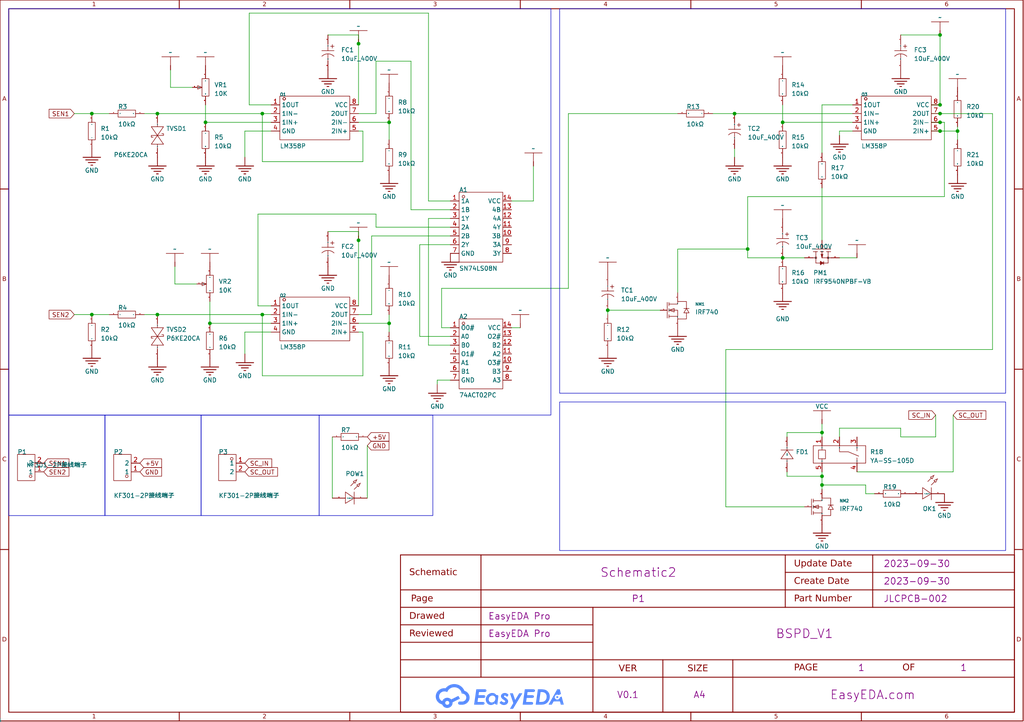
<source format=kicad_sch>
(kicad_sch (version 20250114) (generator "eeschema") (generator_version "9.0")
  (paper "User" 297.434 209.804)
  (lib_symbols
    (symbol "ProPrj_BSP-easyedapro:10UF_400V"
      (property "Reference" "U" (at 0 0 0))
      (symbol "10UF_400V_1_0"
        (pin input line (at -5.08 0 0) (length 2.54) (name "1") (number "1"))
        (pin input line (at 5.08 0 180) (length 2.54) (name "2") (number "2"))
      )
    )
    (symbol "ProPrj_BSP-easyedapro:3386P-1-103LF"
      (property "Reference" "R" (at 0 0 0))
      (symbol "3386P-1-103LF_1_0"
        (pin input line (at -5.08 -1.27 0) (length 2.54) (name "3") (number "3"))
        (pin input line (at 0 2.54 270) (length 1.27) (name "2") (number "2"))
        (pin input line (at 5.08 -1.27 180) (length 2.54) (name "1") (number "1"))
      )
    )
    (symbol "ProPrj_BSP-easyedapro:74ACT02PC"
      (property "Reference" "U" (at 0 0 0))
      (symbol "74ACT02PC_1_0"
        (pin input line (at -8.89 7.62 0) (length 2.54) (name "O0#") (number "1"))
        (pin input line (at -8.89 5.08 0) (length 2.54) (name "A0") (number "2"))
        (pin input line (at -8.89 2.54 0) (length 2.54) (name "B0") (number "3"))
        (pin input line (at -8.89 0 0) (length 2.54) (name "O1#") (number "4"))
        (pin input line (at -8.89 -2.54 0) (length 2.54) (name "A1") (number "5"))
        (pin input line (at -8.89 -5.08 0) (length 2.54) (name "B1") (number "6"))
        (pin input line (at -8.89 -7.62 0) (length 2.54) (name "GND") (number "7"))
        (pin input line (at 8.89 7.62 180) (length 2.54) (name "VCC") (number "14"))
        (pin input line (at 8.89 5.08 180) (length 2.54) (name "O2#") (number "13"))
        (pin input line (at 8.89 2.54 180) (length 2.54) (name "B2") (number "12"))
        (pin input line (at 8.89 0 180) (length 2.54) (name "A2") (number "11"))
        (pin input line (at 8.89 -2.54 180) (length 2.54) (name "O3#") (number "10"))
        (pin input line (at 8.89 -5.08 180) (length 2.54) (name "B3") (number "9"))
        (pin input line (at 8.89 -7.62 180) (length 2.54) (name "A3") (number "8"))
      )
    )
    (symbol "ProPrj_BSP-easyedapro:D_1N4007"
      (symbol "D_1N4007_1_0"
        (pin input line (at -5.08 0 0) (length 2.54) (name "K") (number "1"))
        (pin input line (at 5.08 0 180) (length 2.54) (name "A") (number "2"))
      )
    )
    (symbol "ProPrj_BSP-easyedapro:Ground-GND" (power) (pin_numbers (hide yes)) (pin_names (hide yes))
      (property "Value" "GND" (at 0 -6.35 0))
      (symbol "Ground-GND_1_0"
        (pin power_in line (at 0 0 270) (length 2.54) (name "") (number "1"))
      )
    )
    (symbol "ProPrj_BSP-easyedapro:IRF740_C2980280"
      (property "Reference" "Q" (at 0 0 0))
      (symbol "IRF740_C2980280_1_0"
        (pin input line (at -5.08 0 0) (length 2.032) (name "G") (number "1"))
        (pin input line (at 0 5.08 270) (length 2.54) (name "D") (number "2"))
        (pin input line (at 0 -5.08 90) (length 2.54) (name "S") (number "3"))
      )
    )
    (symbol "ProPrj_BSP-easyedapro:IRF9540NPBF_C4355090"
      (property "Reference" "Q" (at 0 0 0))
      (symbol "IRF9540NPBF_C4355090_1_0"
        (pin input line (at -5.08 0 0) (length 2.54) (name "G") (number "1"))
        (pin input line (at 0 5.08 270) (length 2.54) (name "S") (number "3"))
        (pin input line (at 0 -5.08 90) (length 2.54) (name "D") (number "2"))
      )
    )
    (symbol "ProPrj_BSP-easyedapro:KF301-2P接线端子"
      (property "Reference" "P" (at 0 0 0))
      (symbol "KF301-2P接线端子_1_0"
        (pin input line (at -5.08 1.27 0) (length 2.54) (name "1") (number "1"))
        (pin input line (at -5.08 -1.27 0) (length 2.54) (name "2") (number "2"))
      )
    )
    (symbol "ProPrj_BSP-easyedapro:LED_B"
      (symbol "LED_B_1_0"
        (pin input line (at -5.08 0 0) (length 3.81) (name "A") (number "2"))
        (pin input line (at 5.08 0 180) (length 3.81) (name "C") (number "1"))
      )
    )
    (symbol "ProPrj_BSP-easyedapro:LM358P"
      (property "Reference" "U" (at 0 0 0))
      (symbol "LM358P_1_0"
        (pin input line (at -12.7 3.81 0) (length 2.54) (name "1OUT") (number "1"))
        (pin input line (at -12.7 1.27 0) (length 2.54) (name "1IN-") (number "2"))
        (pin input line (at -12.7 -1.27 0) (length 2.54) (name "1IN+") (number "3"))
        (pin input line (at -12.7 -3.81 0) (length 2.54) (name "GND") (number "4"))
        (pin input line (at 12.7 3.81 180) (length 2.54) (name "VCC") (number "8"))
        (pin input line (at 12.7 1.27 180) (length 2.54) (name "2OUT") (number "7"))
        (pin input line (at 12.7 -1.27 180) (length 2.54) (name "2IN-") (number "6"))
        (pin input line (at 12.7 -3.81 180) (length 2.54) (name "2IN+") (number "5"))
      )
    )
    (symbol "ProPrj_BSP-easyedapro:P6KE20CA_C2760121"
      (property "Reference" "D" (at 0 0 0))
      (symbol "P6KE20CA_C2760121_1_0"
        (pin input line (at -6.35 0 0) (length 2.54) (name "K") (number "2"))
        (pin input line (at 6.35 0 180) (length 2.54) (name "A") (number "1"))
      )
    )
    (symbol "ProPrj_BSP-easyedapro:Power-5V" (power) (pin_numbers (hide yes)) (pin_names (hide yes))
      (symbol "Power-5V_1_0"
        (pin power_in line (at 0 0 90) (length 1.27) (name "") (number "1"))
      )
    )
    (symbol "ProPrj_BSP-easyedapro:Power-VCC" (power) (pin_numbers (hide yes)) (pin_names (hide yes))
      (property "Value" "VCC" (at 0 5.08 0))
      (symbol "Power-VCC_1_0"
        (pin power_in line (at 0 0 90) (length 1.27) (name "") (number "1"))
      )
    )
    (symbol "ProPrj_BSP-easyedapro:Res"
      (symbol "Res_1_0"
        (pin input line (at -5.08 0 0) (length 2.54) (name "1") (number "1"))
        (pin input line (at 5.08 0 180) (length 2.54) (name "2") (number "2"))
      )
    )
    (symbol "ProPrj_BSP-easyedapro:SN74LS08N"
      (property "Reference" "U" (at 0 0 0))
      (symbol "SN74LS08N_1_0"
        (pin input line (at -8.89 7.62 0) (length 2.54) (name "1A") (number "1"))
        (pin input line (at -8.89 5.08 0) (length 2.54) (name "1B") (number "2"))
        (pin input line (at -8.89 2.54 0) (length 2.54) (name "1Y") (number "3"))
        (pin input line (at -8.89 0 0) (length 2.54) (name "2A") (number "4"))
        (pin input line (at -8.89 -2.54 0) (length 2.54) (name "2B") (number "5"))
        (pin input line (at -8.89 -5.08 0) (length 2.54) (name "2Y") (number "6"))
        (pin input line (at -8.89 -7.62 0) (length 2.54) (name "GND") (number "7"))
        (pin input line (at 8.89 7.62 180) (length 2.54) (name "VCC") (number "14"))
        (pin input line (at 8.89 5.08 180) (length 2.54) (name "4B") (number "13"))
        (pin input line (at 8.89 2.54 180) (length 2.54) (name "4A") (number "12"))
        (pin input line (at 8.89 0 180) (length 2.54) (name "4Y") (number "11"))
        (pin input line (at 8.89 -2.54 180) (length 2.54) (name "3B") (number "10"))
        (pin input line (at 8.89 -5.08 180) (length 2.54) (name "3A") (number "9"))
        (pin input line (at 8.89 -7.62 180) (length 2.54) (name "3Y") (number "8"))
      )
    )
    (symbol "ProPrj_BSP-easyedapro:Sheet-Symbol_A4"
      (symbol "Sheet-Symbol_A4_1_0"
        (text "A" (at 1.27 180.7972 0) (effects (font (size 1.27 1.27))))
        (text "B" (at 1.27 128.4224 0) (effects (font (size 1.27 1.27))))
        (text "C" (at 1.27 76.0222 0) (effects (font (size 1.27 1.27))))
        (text "D" (at 1.27 23.6474 0) (effects (font (size 1.27 1.27))))
        (text "1" (at 27.305 208.28 0) (effects (font (size 1.27 1.27))))
        (text "1" (at 27.305 1.27 0) (effects (font (size 1.27 1.27))))
        (text "2" (at 76.835 208.28 0) (effects (font (size 1.27 1.27))))
        (text "2" (at 76.835 1.27 0) (effects (font (size 1.27 1.27))))
        (text "Schematic" (at 118.872 43.18 0) (effects (font (size 1.905 1.905)) (justify left)))
        (text "Drawed" (at 118.872 30.48 0) (effects (font (size 1.905 1.905)) (justify left)))
        (text "Reviewed" (at 118.872 25.4 0) (effects (font (size 1.905 1.905)) (justify left)))
        (text "Page" (at 119.38 35.56 0) (effects (font (size 1.905 1.905)) (justify left)))
        (text "3" (at 126.365 208.28 0) (effects (font (size 1.27 1.27))))
        (text "3" (at 126.365 1.27 0) (effects (font (size 1.27 1.27))))
        (text "4" (at 175.895 208.28 0) (effects (font (size 1.27 1.27))))
        (text "4" (at 175.895 1.27 0) (effects (font (size 1.27 1.27))))
        (text "VER" (at 182.372 15.24 0) (effects (font (size 1.905 1.905))))
        (text "SIZE" (at 202.692 15.24 0) (effects (font (size 1.905 1.905))))
        (text "5" (at 225.425 208.28 0) (effects (font (size 1.27 1.27))))
        (text "5" (at 225.425 1.27 0) (effects (font (size 1.27 1.27))))
        (text "Update Date" (at 230.632 45.72 0) (effects (font (size 1.905 1.905)) (justify left)))
        (text "Create Date" (at 230.632 40.64 0) (effects (font (size 1.905 1.905)) (justify left)))
        (text "Part Number" (at 230.632 35.56 0) (effects (font (size 1.905 1.905)) (justify left)))
        (text "PAGE" (at 230.632 15.494 0) (effects (font (size 1.905 1.905)) (justify left)))
        (text "OF" (at 262.128 15.494 0) (effects (font (size 1.905 1.905)) (justify left)))
        (text "6" (at 274.955 208.28 0) (effects (font (size 1.27 1.27))))
        (text "6" (at 274.955 1.27 0) (effects (font (size 1.27 1.27))))
        (text "A" (at 295.91 180.7972 0) (effects (font (size 1.27 1.27))))
        (text "B" (at 295.91 128.4224 0) (effects (font (size 1.27 1.27))))
        (text "C" (at 295.91 76.0222 0) (effects (font (size 1.27 1.27))))
        (text "D" (at 295.91 23.6474 0) (effects (font (size 1.27 1.27))))
      )
    )
    (symbol "ProPrj_BSP-easyedapro:YA-SS-105D"
      (property "Reference" "K" (at 0 0 0))
      (symbol "YA-SS-105D_1_0"
        (pin input line (at -5.08 5.08 270) (length 2.54) (name "1") (number "1"))
        (pin input line (at -5.08 -5.08 90) (length 2.54) (name "5") (number "5"))
        (pin input line (at 0 5.08 270) (length 2.54) (name "2") (number "2"))
        (pin input line (at 5.08 5.08 270) (length 2.54) (name "3") (number "3"))
        (pin input line (at 5.08 -5.08 90) (length 2.54) (name "4") (number "4"))
      )
    )
  )
  (rectangle (start 2.54 120.65) (end 30.48 149.86))
  (rectangle (start 162.56 2.54) (end 292.1 114.3))
  (rectangle (start 92.71 120.65) (end 125.73 149.86))
  (rectangle (start 58.42 120.65) (end 92.71 149.86))
  (rectangle (start 30.48 120.65) (end 58.42 149.86))
  (rectangle (start 162.56 116.84) (end 292.1 160.02))
  (rectangle (start 2.54 2.54) (end 160.02 120.65))
  (junction (at 45.72 91.44))
  (junction (at 104.14 69.85))
  (junction (at 76.2 91.44))
  (junction (at 238.76 125.73))
  (junction (at 273.05 33.02))
  (junction (at 45.72 33.02))
  (junction (at 227.33 35.56))
  (junction (at 273.05 30.48))
  (junction (at 76.2 33.02))
  (junction (at 59.69 35.56))
  (junction (at 113.03 35.56))
  (junction (at 238.76 140.97))
  (junction (at 227.33 74.93))
  (junction (at 278.13 38.1))
  (junction (at 26.67 91.44))
  (junction (at 273.05 10.16))
  (junction (at 60.96 93.98))
  (junction (at 217.17 72.39))
  (junction (at 213.36 33.02))
  (junction (at 273.05 38.1))
  (junction (at 238.76 138.43))
  (junction (at 176.53 90.17))
  (junction (at 104.14 12.7))
  (junction (at 26.67 33.02))
  (junction (at 273.05 35.56))
  (junction (at 113.03 93.98))
  (wire (pts (xy 233.68 147.32) (xy 210.82 147.32)))
  (wire (pts (xy 228.6 125.73) (xy 238.76 125.73)))
  (wire (pts (xy 72.39 3.81) (xy 72.39 30.48)))
  (wire (pts (xy 74.93 62.23) (xy 74.93 88.9)))
  (wire (pts (xy 238.76 125.73) (xy 238.76 127)))
  (wire (pts (xy 130.81 97.79) (xy 121.92 97.79)))
  (wire (pts (xy 119.38 17.78) (xy 119.38 60.96)))
  (wire (pts (xy 217.17 72.39) (xy 217.17 74.93)))
  (wire (pts (xy 217.17 57.15) (xy 274.32 57.15)))
  (wire (pts (xy 238.76 140.97) (xy 238.76 142.24)))
  (wire (pts (xy 196.85 33.02) (xy 165.1 33.02)))
  (wire (pts (xy 105.41 96.52) (xy 105.41 109.22)))
  (wire (pts (xy 130.81 95.25) (xy 128.27 95.25)))
  (wire (pts (xy 113.03 93.98) (xy 113.03 96.52)))
  (wire (pts (xy 176.53 90.17) (xy 176.53 91.44)))
  (wire (pts (xy 104.14 67.31) (xy 104.14 69.85)))
  (wire (pts (xy 228.6 137.16) (xy 228.6 138.43)))
  (wire (pts (xy 248.92 74.93) (xy 243.84 74.93)))
  (wire (pts (xy 243.84 124.46) (xy 261.62 124.46)))
  (wire (pts (xy 105.41 38.1) (xy 105.41 46.99)))
  (wire (pts (xy 278.13 38.1) (xy 278.13 36.83)))
  (wire (pts (xy 154.94 58.42) (xy 148.59 58.42)))
  (wire (pts (xy 288.29 33.02) (xy 288.29 101.6)))
  (wire (pts (xy 95.25 67.31) (xy 104.14 67.31)))
  (wire (pts (xy 130.81 66.04) (xy 109.22 66.04)))
  (wire (pts (xy 50.8 82.55) (xy 50.8 77.47)))
  (wire (pts (xy 78.74 33.02) (xy 76.2 33.02)))
  (wire (pts (xy 165.1 83.82) (xy 128.27 83.82)))
  (wire (pts (xy 130.81 68.58) (xy 107.95 68.58)))
  (wire (pts (xy 113.03 35.56) (xy 113.03 40.64)))
  (wire (pts (xy 248.92 137.16) (xy 276.86 137.16)))
  (wire (pts (xy 21.59 33.02) (xy 26.67 33.02)))
  (wire (pts (xy 127 110.49) (xy 130.81 110.49)))
  (wire (pts (xy 196.85 72.39) (xy 196.85 85.09)))
  (wire (pts (xy 276.86 120.65) (xy 276.86 137.16)))
  (wire (pts (xy 95.25 10.16) (xy 104.14 10.16)))
  (wire (pts (xy 78.74 91.44) (xy 76.2 91.44)))
  (wire (pts (xy 76.2 91.44) (xy 76.2 109.22)))
  (wire (pts (xy 165.1 33.02) (xy 165.1 83.82)))
  (wire (pts (xy 104.14 10.16) (xy 104.14 12.7)))
  (wire (pts (xy 270.51 33.02) (xy 273.05 33.02)))
  (wire (pts (xy 124.46 63.5) (xy 130.81 63.5)))
  (wire (pts (xy 271.78 120.65) (xy 271.78 127)))
  (wire (pts (xy 109.22 17.78) (xy 109.22 33.02)))
  (wire (pts (xy 71.12 96.52) (xy 71.12 102.87)))
  (wire (pts (xy 105.41 109.22) (xy 76.2 109.22)))
  (wire (pts (xy 45.72 91.44) (xy 76.2 91.44)))
  (wire (pts (xy 210.82 101.6) (xy 288.29 101.6)))
  (wire (pts (xy 154.94 48.26) (xy 154.94 58.42)))
  (wire (pts (xy 238.76 138.43) (xy 238.76 140.97)))
  (wire (pts (xy 227.33 35.56) (xy 227.33 30.48)))
  (wire (pts (xy 238.76 125.73) (xy 238.76 123.19)))
  (wire (pts (xy 78.74 96.52) (xy 71.12 96.52)))
  (wire (pts (xy 130.81 100.33) (xy 124.46 100.33)))
  (wire (pts (xy 233.68 74.93) (xy 227.33 74.93)))
  (wire (pts (xy 105.41 96.52) (xy 104.14 96.52)))
  (wire (pts (xy 270.51 38.1) (xy 273.05 38.1)))
  (wire (pts (xy 127 111.76) (xy 127 110.49)))
  (wire (pts (xy 59.69 35.56) (xy 59.69 30.48)))
  (wire (pts (xy 113.03 91.44) (xy 113.03 93.98)))
  (wire (pts (xy 210.82 101.6) (xy 210.82 147.32)))
  (wire (pts (xy 105.41 38.1) (xy 104.14 38.1)))
  (wire (pts (xy 104.14 12.7) (xy 104.14 30.48)))
  (wire (pts (xy 124.46 58.42) (xy 124.46 3.81)))
  (wire (pts (xy 121.92 97.79) (xy 121.92 71.12)))
  (wire (pts (xy 71.12 38.1) (xy 71.12 45.72)))
  (wire (pts (xy 273.05 30.48) (xy 273.05 10.16)))
  (wire (pts (xy 113.03 93.98) (xy 104.14 93.98)))
  (wire (pts (xy 247.65 30.48) (xy 238.76 30.48)))
  (wire (pts (xy 55.88 25.4) (xy 49.53 25.4)))
  (wire (pts (xy 76.2 33.02) (xy 76.2 46.99)))
  (wire (pts (xy 78.74 88.9) (xy 74.93 88.9)))
  (wire (pts (xy 191.77 90.17) (xy 176.53 90.17)))
  (wire (pts (xy 21.59 91.44) (xy 26.67 91.44)))
  (wire (pts (xy 49.53 20.32) (xy 49.53 25.4)))
  (wire (pts (xy 261.62 10.16) (xy 273.05 10.16)))
  (wire (pts (xy 251.46 143.51) (xy 254 143.51)))
  (wire (pts (xy 213.36 33.02) (xy 247.65 33.02)))
  (wire (pts (xy 119.38 17.78) (xy 109.22 17.78)))
  (wire (pts (xy 107.95 91.44) (xy 104.14 91.44)))
  (wire (pts (xy 26.67 91.44) (xy 31.75 91.44)))
  (wire (pts (xy 26.67 33.02) (xy 31.75 33.02)))
  (wire (pts (xy 271.78 127) (xy 261.62 127)))
  (wire (pts (xy 217.17 57.15) (xy 217.17 72.39)))
  (wire (pts (xy 41.91 33.02) (xy 45.72 33.02)))
  (wire (pts (xy 243.84 124.46) (xy 243.84 127)))
  (wire (pts (xy 261.62 124.46) (xy 261.62 127)))
  (wire (pts (xy 78.74 93.98) (xy 60.96 93.98)))
  (wire (pts (xy 106.68 144.78) (xy 106.68 129.54)))
  (wire (pts (xy 130.81 60.96) (xy 119.38 60.96)))
  (wire (pts (xy 273.05 35.56) (xy 270.51 35.56)))
  (wire (pts (xy 243.84 39.37) (xy 243.84 38.1)))
  (wire (pts (xy 247.65 35.56) (xy 227.33 35.56)))
  (wire (pts (xy 238.76 44.45) (xy 238.76 30.48)))
  (wire (pts (xy 60.96 87.63) (xy 60.96 93.98)))
  (wire (pts (xy 238.76 138.43) (xy 228.6 138.43)))
  (wire (pts (xy 148.59 95.25) (xy 151.13 95.25)))
  (wire (pts (xy 45.72 33.02) (xy 76.2 33.02)))
  (wire (pts (xy 273.05 38.1) (xy 278.13 38.1)))
  (wire (pts (xy 273.05 33.02) (xy 288.29 33.02)))
  (wire (pts (xy 109.22 33.02) (xy 104.14 33.02)))
  (wire (pts (xy 128.27 83.82) (xy 128.27 95.25)))
  (wire (pts (xy 78.74 35.56) (xy 59.69 35.56)))
  (wire (pts (xy 227.33 74.93) (xy 217.17 74.93)))
  (wire (pts (xy 107.95 68.58) (xy 107.95 91.44)))
  (wire (pts (xy 274.32 57.15) (xy 274.32 35.56)))
  (wire (pts (xy 278.13 38.1) (xy 278.13 40.64)))
  (wire (pts (xy 124.46 100.33) (xy 124.46 63.5)))
  (wire (pts (xy 124.46 58.42) (xy 130.81 58.42)))
  (wire (pts (xy 238.76 140.97) (xy 251.46 140.97)))
  (wire (pts (xy 238.76 69.85) (xy 238.76 54.61)))
  (wire (pts (xy 78.74 38.1) (xy 71.12 38.1)))
  (wire (pts (xy 270.51 30.48) (xy 273.05 30.48)))
  (wire (pts (xy 96.52 144.78) (xy 96.52 127)))
  (wire (pts (xy 105.41 46.99) (xy 76.2 46.99)))
  (wire (pts (xy 121.92 71.12) (xy 130.81 71.12)))
  (wire (pts (xy 207.01 33.02) (xy 213.36 33.02)))
  (wire (pts (xy 238.76 137.16) (xy 238.76 138.43)))
  (wire (pts (xy 72.39 30.48) (xy 78.74 30.48)))
  (wire (pts (xy 274.32 35.56) (xy 273.05 35.56)))
  (wire (pts (xy 124.46 3.81) (xy 72.39 3.81)))
  (wire (pts (xy 228.6 127) (xy 228.6 125.73)))
  (wire (pts (xy 251.46 140.97) (xy 251.46 143.51)))
  (wire (pts (xy 113.03 35.56) (xy 104.14 35.56)))
  (wire (pts (xy 243.84 38.1) (xy 247.65 38.1)))
  (wire (pts (xy 57.15 82.55) (xy 50.8 82.55)))
  (wire (pts (xy 41.91 91.44) (xy 45.72 91.44)))
  (wire (pts (xy 104.14 69.85) (xy 104.14 88.9)))
  (wire (pts (xy 217.17 72.39) (xy 196.85 72.39)))
  (wire (pts (xy 213.36 45.72) (xy 213.36 43.18)))
  (wire (pts (xy 109.22 62.23) (xy 109.22 66.04)))
  (wire (pts (xy 109.22 62.23) (xy 74.93 62.23)))
  (global_label "SC_IN" (shape input) (at 71.12 134.62 0) (property "Intersheetrefs" "${INTERSHEET_REFS}" (effects (hide yes))))
  (global_label "SEN1" (shape input) (at 21.59 33.02 180) (property "Intersheetrefs" "${INTERSHEET_REFS}" (effects (hide yes))))
  (global_label "+5V" (shape input) (at 40.64 134.62 0) (property "Intersheetrefs" "${INTERSHEET_REFS}" (effects (hide yes))))
  (global_label "+5V" (shape input) (at 106.68 127 0) (property "Intersheetrefs" "${INTERSHEET_REFS}" (effects (hide yes))))
  (global_label "GND" (shape input) (at 40.64 137.16 0) (property "Intersheetrefs" "${INTERSHEET_REFS}" (effects (hide yes))))
  (global_label "SEN2" (shape input) (at 21.59 91.44 180) (property "Intersheetrefs" "${INTERSHEET_REFS}" (effects (hide yes))))
  (global_label "SEN1" (shape input) (at 12.7 134.62 0) (property "Intersheetrefs" "${INTERSHEET_REFS}" (effects (hide yes))))
  (global_label "SEN2" (shape input) (at 12.7 137.16 0) (property "Intersheetrefs" "${INTERSHEET_REFS}" (effects (hide yes))))
  (global_label "SC_OUT" (shape input) (at 71.12 137.16 0) (property "Intersheetrefs" "${INTERSHEET_REFS}" (effects (hide yes))))
  (global_label "SC_OUT" (shape input) (at 276.86 120.65 0) (property "Intersheetrefs" "${INTERSHEET_REFS}" (effects (hide yes))))
  (global_label "GND" (shape input) (at 106.68 129.54 0) (property "Intersheetrefs" "${INTERSHEET_REFS}" (effects (hide yes))))
  (global_label "SC_IN" (shape input) (at 271.78 120.65 180) (property "Intersheetrefs" "${INTERSHEET_REFS}" (effects (hide yes))))
  (symbol (lib_id "ProPrj_BSP-easyedapro:Ground-GND") (at 59.69 45.72 0) (unit 1)
    (property "Reference" "#PWR08" (effects (hide yes)))
    (property "Value" "GND" (at 59.69 52.07 0))
    (property "Footprint" "ProPrj_BSP-easyedapro:" (effects (hide yes)))
  )
  (symbol (lib_id "ProPrj_BSP-easyedapro:Res") (at 113.03 86.36 270) (unit 1)
    (property "Reference" "R10" (at 115.57 86.36 90) (effects (justify left bottom)))
    (property "Value" "10kΩ" (at 115.57 88.9 90) (effects (justify left bottom)))
    (property "Footprint" "ProPrj_BSP-easyedapro:RES-TH_BD1.8-L3.2-P7.20-D0.4" (effects (hide yes)))
  )
  (symbol (lib_id "ProPrj_BSP-easyedapro:IRF9540NPBF_C4355090") (at 238.76 74.93 270) (unit 1)
    (property "Reference" "PM1" (at 236.22 80.01 90) (effects (justify left bottom)))
    (property "Value" "IRF9540NPBF-VB" (at 236.22 82.55 90) (effects (justify left bottom)))
    (property "Footprint" "ProPrj_BSP-easyedapro:TO-220AB-3_L10.4-W4.6-P2.54-L" (effects (hide yes)))
    (property "Datasheet" "https://atta.szlcsc.com/upload/public/pdf/source/20220712/5A45F788BA410944999C4D697F65476C.pdf" (effects (hide yes)))
    (property "Description" "Type: Drain Source Voltage (Vdss): Continuous Drain Current (Id): Drain Source On Resistance (RDS(on)@Vgs,Id):167mΩ@10V,18A" (effects (hide yes)))
    (property "Manufacturer Part" "IRF9540NPBF-VB" (effects (hide yes)))
    (property "Manufacturer" "VBsemi(微碧)" (effects (hide yes)))
    (property "Supplier Part" "C4355090" (effects (hide yes)))
    (property "Supplier" "LCSC" (effects (hide yes)))
    (property "LCSC Part Name" "P沟道100V18A" (effects (hide yes)))
  )
  (symbol (lib_id "ProPrj_BSP-easyedapro:Power-5V") (at 227.33 20.32 0) (unit 1)
    (property "Reference" "#PWR029" (effects (hide yes)))
    (property "Value" "~" (at 227.33 15.24 0))
    (property "Footprint" "ProPrj_BSP-easyedapro:" (effects (hide yes)))
    (property "Description" "Power-5V" (effects (hide yes)))
  )
  (symbol (lib_id "ProPrj_BSP-easyedapro:Ground-GND") (at 196.85 95.25 0) (unit 1)
    (property "Reference" "#PWR027" (effects (hide yes)))
    (property "Value" "GND" (at 196.85 101.6 0))
    (property "Footprint" "ProPrj_BSP-easyedapro:" (effects (hide yes)))
  )
  (symbol (lib_id "ProPrj_BSP-easyedapro:Power-5V") (at 227.33 64.77 0) (unit 1)
    (property "Reference" "#PWR031" (effects (hide yes)))
    (property "Value" "~" (at 227.33 59.69 0))
    (property "Footprint" "ProPrj_BSP-easyedapro:" (effects (hide yes)))
    (property "Description" "Power-5V" (effects (hide yes)))
  )
  (symbol (lib_id "ProPrj_BSP-easyedapro:KF301-2P接线端子") (at 66.04 135.89 0) (mirror y) (unit 1)
    (property "Reference" "P3" (at 63.5 132.08 0) (effects (justify right bottom)))
    (property "Value" "KF301-2P接线端子" (at 63.5 144.78 0) (effects (justify right bottom)))
    (property "Footprint" "ProPrj_BSP-easyedapro:CONN-TH_XY301V-A-5.0-2P" (effects (hide yes)))
    (property "Datasheet" "https://atta.szlcsc.comnull" (effects (hide yes)))
    (property "Manufacturer Part" "KF301-2P接线端子" (effects (hide yes)))
    (property "Supplier Part" "C9900016950" (effects (hide yes)))
    (property "Supplier" "LCSC" (effects (hide yes)))
    (property "LCSC Part Name" "KF301-2P接线端子" (effects (hide yes)))
  )
  (symbol (lib_id "ProPrj_BSP-easyedapro:Ground-GND") (at 26.67 101.6 0) (unit 1)
    (property "Reference" "#PWR02" (effects (hide yes)))
    (property "Value" "GND" (at 26.67 107.95 0))
    (property "Footprint" "ProPrj_BSP-easyedapro:" (effects (hide yes)))
  )
  (symbol (lib_id "ProPrj_BSP-easyedapro:Power-5V") (at 248.92 74.93 0) (unit 1)
    (property "Reference" "#PWR036" (effects (hide yes)))
    (property "Value" "~" (at 248.92 69.85 0))
    (property "Footprint" "ProPrj_BSP-easyedapro:" (effects (hide yes)))
    (property "Description" "Power-5V" (effects (hide yes)))
  )
  (symbol (lib_id "ProPrj_BSP-easyedapro:Res") (at 113.03 101.6 270) (unit 1)
    (property "Reference" "R11" (at 115.57 101.6 90) (effects (justify left bottom)))
    (property "Value" "10kΩ" (at 115.57 104.14 90) (effects (justify left bottom)))
    (property "Footprint" "ProPrj_BSP-easyedapro:RES-TH_BD1.8-L3.2-P7.20-D0.4" (effects (hide yes)))
  )
  (symbol (lib_id "ProPrj_BSP-easyedapro:Res") (at 227.33 25.4 270) (unit 1)
    (property "Reference" "R14" (at 229.87 25.4 90) (effects (justify left bottom)))
    (property "Value" "10kΩ" (at 229.87 27.94 90) (effects (justify left bottom)))
    (property "Footprint" "ProPrj_BSP-easyedapro:RES-TH_BD1.8-L3.2-P7.20-D0.4" (effects (hide yes)))
  )
  (symbol (lib_id "ProPrj_BSP-easyedapro:P6KE20CA_C2760121") (at 45.72 97.79 270) (unit 1)
    (property "Reference" "TVSD2" (at 48.26 96.52 90) (effects (justify left bottom)))
    (property "Value" "P6KE20CA" (at 48.26 99.06 90) (effects (justify left bottom)))
    (property "Footprint" "ProPrj_BSP-easyedapro:DO-15_BD3.1-L6.7-P10.70-D0.8-BI" (effects (hide yes)))
    (property "Datasheet" "https://atta.szlcsc.com/upload/public/pdf/source/20210316/C2760121_CE745CC1535F4E7F6CA9D58EF9C8652B.pdf" (effects (hide yes)))
    (property "Manufacturer Part" "P6KE20CA" (effects (hide yes)))
    (property "Manufacturer" "Littelfuse(美国力特)" (effects (hide yes)))
    (property "Supplier Part" "C2760121" (effects (hide yes)))
    (property "Supplier" "LCSC" (effects (hide yes)))
    (property "LCSC Part Name" "P6KE20CA" (effects (hide yes)))
  )
  (symbol (lib_id "ProPrj_BSP-easyedapro:Ground-GND") (at 45.72 45.72 0) (unit 1)
    (property "Reference" "#PWR03" (effects (hide yes)))
    (property "Value" "GND" (at 45.72 52.07 0))
    (property "Footprint" "ProPrj_BSP-easyedapro:" (effects (hide yes)))
  )
  (symbol (lib_id "ProPrj_BSP-easyedapro:Res") (at 26.67 38.1 270) (unit 1)
    (property "Reference" "R1" (at 29.21 38.1 90) (effects (justify left bottom)))
    (property "Value" "10kΩ" (at 29.21 40.64 90) (effects (justify left bottom)))
    (property "Footprint" "ProPrj_BSP-easyedapro:RES-TH_BD1.8-L3.2-P7.20-D0.4" (effects (hide yes)))
  )
  (symbol (lib_id "ProPrj_BSP-easyedapro:Ground-GND") (at 261.62 20.32 0) (unit 1)
    (property "Reference" "#PWR037" (effects (hide yes)))
    (property "Value" "GND" (at 261.62 26.67 0))
    (property "Footprint" "ProPrj_BSP-easyedapro:" (effects (hide yes)))
  )
  (symbol (lib_id "ProPrj_BSP-easyedapro:KF301-2P接线端子") (at 7.62 135.89 180) (unit 1)
    (property "Reference" "P1" (at 5.08 132.08 0) (effects (justify right top)))
    (property "Value" "KF301-2P接线端子" (at 7.62 135.89 0) (effects (justify right top)))
    (property "Footprint" "ProPrj_BSP-easyedapro:CONN-TH_XY301V-A-5.0-2P" (effects (hide yes)))
    (property "Datasheet" "https://atta.szlcsc.comnull" (effects (hide yes)))
    (property "Manufacturer Part" "KF301-2P接线端子" (effects (hide yes)))
    (property "Supplier Part" "C9900016950" (effects (hide yes)))
    (property "Supplier" "LCSC" (effects (hide yes)))
    (property "LCSC Part Name" "KF301-2P接线端子" (effects (hide yes)))
  )
  (symbol (lib_id "ProPrj_BSP-easyedapro:10UF_400V") (at 261.62 15.24 270) (unit 1)
    (property "Reference" "FC3" (at 265.43 15.24 90) (effects (justify left bottom)))
    (property "Value" "10uF_400V" (at 265.43 17.78 90) (effects (justify left bottom)))
    (property "Footprint" "ProPrj_BSP-easyedapro:CAP-TH_BD10.0-P5.00-D0.6-FD" (effects (hide yes)))
    (property "Datasheet" "https://atta.szlcsc.comnull" (effects (hide yes)))
    (property "Manufacturer Part" "10uF_400V" (effects (hide yes)))
    (property "Supplier Part" "C9900016271" (effects (hide yes)))
    (property "Supplier" "LCSC" (effects (hide yes)))
    (property "LCSC Part Name" "10uF_400V" (effects (hide yes)))
  )
  (symbol (lib_id "ProPrj_BSP-easyedapro:Res") (at 36.83 33.02 180) (unit 1)
    (property "Reference" "R3" (at 34.29 31.75 0) (effects (justify right top)))
    (property "Value" "10kΩ" (at 34.29 36.83 0) (effects (justify right top)))
    (property "Footprint" "ProPrj_BSP-easyedapro:RES-TH_BD1.8-L3.2-P7.20-D0.4" (effects (hide yes)))
  )
  (symbol (lib_id "ProPrj_BSP-easyedapro:Ground-GND") (at 71.12 102.87 0) (unit 1)
    (property "Reference" "#PWR012" (effects (hide yes)))
    (property "Value" "GND" (at 71.12 109.22 0))
    (property "Footprint" "ProPrj_BSP-easyedapro:" (effects (hide yes)))
  )
  (symbol (lib_id "ProPrj_BSP-easyedapro:10UF_400V") (at 95.25 72.39 270) (unit 1)
    (property "Reference" "FC2" (at 99.06 72.39 90) (effects (justify left bottom)))
    (property "Value" "10uF_400V" (at 99.06 74.93 90) (effects (justify left bottom)))
    (property "Footprint" "ProPrj_BSP-easyedapro:CAP-TH_BD10.0-P5.00-D0.6-FD" (effects (hide yes)))
    (property "Datasheet" "https://atta.szlcsc.comnull" (effects (hide yes)))
    (property "Manufacturer Part" "10uF_400V" (effects (hide yes)))
    (property "Supplier Part" "C9900016271" (effects (hide yes)))
    (property "Supplier" "LCSC" (effects (hide yes)))
    (property "LCSC Part Name" "10uF_400V" (effects (hide yes)))
  )
  (symbol (lib_id "ProPrj_BSP-easyedapro:LED_B") (at 269.24 143.51 0) (unit 1)
    (property "Reference" "OK1" (at 267.97 148.59 0) (effects (justify left bottom)))
    (property "Value" "~" (at 269.24 143.51 0))
    (property "Footprint" "ProPrj_BSP-easyedapro:LED0805-RD_GREEN" (effects (hide yes)))
  )
  (symbol (lib_id "ProPrj_BSP-easyedapro:Res") (at 36.83 91.44 180) (unit 1)
    (property "Reference" "R4" (at 34.29 90.17 0) (effects (justify right top)))
    (property "Value" "10kΩ" (at 34.29 95.25 0) (effects (justify right top)))
    (property "Footprint" "ProPrj_BSP-easyedapro:RES-TH_BD1.8-L3.2-P7.20-D0.4" (effects (hide yes)))
  )
  (symbol (lib_id "ProPrj_BSP-easyedapro:LM358P") (at 260.35 34.29 0) (unit 1)
    (property "Reference" "O3" (at 250.19 27.94 0) (effects (font (size 0.8382 0.8382)) (justify left bottom)))
    (property "Value" "LM358P" (at 250.19 43.18 0) (effects (justify left bottom)))
    (property "Footprint" "ProPrj_BSP-easyedapro:DIP-8_L9.4-W6.4-P2.54-LS9.1-BL" (effects (hide yes)))
    (property "Datasheet" "http://www.ti.com/cn/lit/gpn/lm358" (effects (hide yes)))
    (property "Description" "Number of Circuits: -3db Bandwidth:- Current - Input Bias(Ib):20nA Gain Bandwidth Product(GBP):700kHz Slew Rate(SR):0.3V/us Output Current:40mA Supply Current:1mA Operating Temperature:0°C~+70°C Operating Temperature:0°C~+70°C" (effects (hide yes)))
    (property "Manufacturer Part" "LM358P" (effects (hide yes)))
    (property "Manufacturer" "TI(德州仪器)" (effects (hide yes)))
    (property "Supplier Part" "C5213" (effects (hide yes)))
    (property "Supplier" "LCSC" (effects (hide yes)))
    (property "LCSC Part Name" "LM358P" (effects (hide yes)))
  )
  (symbol (lib_id "ProPrj_BSP-easyedapro:Ground-GND") (at 113.03 50.8 0) (unit 1)
    (property "Reference" "#PWR018" (effects (hide yes)))
    (property "Value" "GND" (at 113.03 57.15 0))
    (property "Footprint" "ProPrj_BSP-easyedapro:" (effects (hide yes)))
  )
  (symbol (lib_id "ProPrj_BSP-easyedapro:IRF740_C2980280") (at 196.85 90.17 0) (unit 1)
    (property "Reference" "NM1" (at 201.93 88.9 0) (effects (font (size 0.8382 0.8382)) (justify left bottom)))
    (property "Value" "IRF740" (at 201.93 91.44 0) (effects (justify left bottom)))
    (property "Footprint" "ProPrj_BSP-easyedapro:TO-220-3_L10.2-W4.5-P2.54-L-1" (effects (hide yes)))
    (property "Datasheet" "https://atta.szlcsc.com/upload/public/pdf/source/20220323/A6EC5D8E847882364733FA9C4A9EB585.pdf" (effects (hide yes)))
    (property "Description" "Type: Drain Source Voltage (Vdss): Continuous Drain Current (Id): Power Dissipation (Pd): Operating Temperature:-55°C~+175°C@(Tj) Operating Temperature:-55°C~+175°C@(Tj)" (effects (hide yes)))
    (property "Manufacturer Part" "IRF740" (effects (hide yes)))
    (property "Manufacturer" "minos(迈诺斯)" (effects (hide yes)))
    (property "Supplier Part" "C2980280" (effects (hide yes)))
    (property "Supplier" "LCSC" (effects (hide yes)))
    (property "LCSC Part Name" "N沟道400V10A" (effects (hide yes)))
  )
  (symbol (lib_id "ProPrj_BSP-easyedapro:Ground-GND") (at 176.53 101.6 0) (unit 1)
    (property "Reference" "#PWR026" (effects (hide yes)))
    (property "Value" "GND" (at 176.53 107.95 0))
    (property "Footprint" "ProPrj_BSP-easyedapro:" (effects (hide yes)))
  )
  (symbol (lib_id "ProPrj_BSP-easyedapro:Power-5V") (at 59.69 20.32 0) (unit 1)
    (property "Reference" "#PWR07" (effects (hide yes)))
    (property "Value" "~" (at 59.69 15.24 0))
    (property "Footprint" "ProPrj_BSP-easyedapro:" (effects (hide yes)))
    (property "Description" "Power-5V" (effects (hide yes)))
  )
  (symbol (lib_id "ProPrj_BSP-easyedapro:Ground-GND") (at 227.33 85.09 0) (unit 1)
    (property "Reference" "#PWR032" (effects (hide yes)))
    (property "Value" "GND" (at 227.33 92.71 0))
    (property "Footprint" "ProPrj_BSP-easyedapro:" (effects (hide yes)))
  )
  (symbol (lib_id "ProPrj_BSP-easyedapro:Res") (at 26.67 96.52 270) (unit 1)
    (property "Reference" "R2" (at 29.21 96.52 90) (effects (justify left bottom)))
    (property "Value" "10kΩ" (at 29.21 99.06 90) (effects (justify left bottom)))
    (property "Footprint" "ProPrj_BSP-easyedapro:RES-TH_BD1.8-L3.2-P7.20-D0.4" (effects (hide yes)))
  )
  (symbol (lib_id "ProPrj_BSP-easyedapro:IRF740_C2980280") (at 238.76 147.32 0) (unit 1)
    (property "Reference" "NM2" (at 243.84 146.05 0) (effects (font (size 0.8382 0.8382)) (justify left bottom)))
    (property "Value" "IRF740" (at 243.84 148.59 0) (effects (justify left bottom)))
    (property "Footprint" "ProPrj_BSP-easyedapro:TO-220-3_L10.2-W4.5-P2.54-L-1" (effects (hide yes)))
    (property "Datasheet" "https://atta.szlcsc.com/upload/public/pdf/source/20220323/A6EC5D8E847882364733FA9C4A9EB585.pdf" (effects (hide yes)))
    (property "Description" "Type: Drain Source Voltage (Vdss): Continuous Drain Current (Id): Power Dissipation (Pd): Operating Temperature:-55°C~+175°C@(Tj) Operating Temperature:-55°C~+175°C@(Tj)" (effects (hide yes)))
    (property "Manufacturer Part" "IRF740" (effects (hide yes)))
    (property "Manufacturer" "minos(迈诺斯)" (effects (hide yes)))
    (property "Supplier Part" "C2980280" (effects (hide yes)))
    (property "Supplier" "LCSC" (effects (hide yes)))
    (property "LCSC Part Name" "N沟道400V10A" (effects (hide yes)))
  )
  (symbol (lib_id "ProPrj_BSP-easyedapro:Power-5V") (at 104.14 69.85 0) (unit 1)
    (property "Reference" "#PWR016" (effects (hide yes)))
    (property "Value" "~" (at 104.14 64.77 0))
    (property "Footprint" "ProPrj_BSP-easyedapro:" (effects (hide yes)))
    (property "Description" "Power-5V" (effects (hide yes)))
  )
  (symbol (lib_id "ProPrj_BSP-easyedapro:10UF_400V") (at 227.33 69.85 270) (unit 1)
    (property "Reference" "TC3" (at 231.14 69.85 90) (effects (justify left bottom)))
    (property "Value" "10uF_400V" (at 231.14 72.39 90) (effects (justify left bottom)))
    (property "Footprint" "ProPrj_BSP-easyedapro:CAP-TH_BD10.0-P5.00-D0.6-FD" (effects (hide yes)))
    (property "Datasheet" "https://atta.szlcsc.comnull" (effects (hide yes)))
    (property "Manufacturer Part" "10uF_400V" (effects (hide yes)))
    (property "Supplier Part" "C9900016271" (effects (hide yes)))
    (property "Supplier" "LCSC" (effects (hide yes)))
    (property "LCSC Part Name" "10uF_400V" (effects (hide yes)))
  )
  (symbol (lib_id "ProPrj_BSP-easyedapro:LM358P") (at 91.44 34.29 0) (unit 1)
    (property "Reference" "O1" (at 81.28 27.94 0) (effects (font (size 0.8382 0.8382)) (justify left bottom)))
    (property "Value" "LM358P" (at 81.28 43.18 0) (effects (justify left bottom)))
    (property "Footprint" "ProPrj_BSP-easyedapro:DIP-8_L9.4-W6.4-P2.54-LS9.1-BL" (effects (hide yes)))
    (property "Datasheet" "http://www.ti.com/cn/lit/gpn/lm358" (effects (hide yes)))
    (property "Description" "Number of Circuits: -3db Bandwidth:- Current - Input Bias(Ib):20nA Gain Bandwidth Product(GBP):700kHz Slew Rate(SR):0.3V/us Output Current:40mA Supply Current:1mA Operating Temperature:0°C~+70°C Operating Temperature:0°C~+70°C" (effects (hide yes)))
    (property "Manufacturer Part" "LM358P" (effects (hide yes)))
    (property "Manufacturer" "TI(德州仪器)" (effects (hide yes)))
    (property "Supplier Part" "C5213" (effects (hide yes)))
    (property "Supplier" "LCSC" (effects (hide yes)))
    (property "LCSC Part Name" "LM358P" (effects (hide yes)))
  )
  (symbol (lib_id "ProPrj_BSP-easyedapro:3386P-1-103LF") (at 59.69 82.55 90) (unit 1)
    (property "Reference" "VR2" (at 63.5 82.55 90) (effects (justify right top)))
    (property "Value" "10K" (at 63.5 85.09 90) (effects (justify right top)))
    (property "Footprint" "ProPrj_BSP-easyedapro:RES-ADJ-TH_3P-L9.5-W9.5-P2.54-BR-BS" (effects (hide yes)))
  )
  (symbol (lib_id "ProPrj_BSP-easyedapro:Power-VCC") (at 238.76 123.19 0) (unit 1)
    (property "Reference" "#PWR033" (effects (hide yes)))
    (property "Value" "VCC" (at 238.76 118.11 0))
    (property "Footprint" "ProPrj_BSP-easyedapro:" (effects (hide yes)))
  )
  (symbol (lib_id "ProPrj_BSP-easyedapro:P6KE20CA_C2760121") (at 45.72 39.37 270) (unit 1)
    (property "Reference" "TVSD1" (at 48.26 38.1 90) (effects (justify left bottom)))
    (property "Value" "P6KE20CA" (at 33.02 45.72 90) (effects (justify left bottom)))
    (property "Footprint" "ProPrj_BSP-easyedapro:DO-15_BD3.1-L6.7-P10.70-D0.8-BI" (effects (hide yes)))
    (property "Datasheet" "https://atta.szlcsc.com/upload/public/pdf/source/20210316/C2760121_CE745CC1535F4E7F6CA9D58EF9C8652B.pdf" (effects (hide yes)))
    (property "Manufacturer Part" "P6KE20CA" (effects (hide yes)))
    (property "Manufacturer" "Littelfuse(美国力特)" (effects (hide yes)))
    (property "Supplier Part" "C2760121" (effects (hide yes)))
    (property "Supplier" "LCSC" (effects (hide yes)))
    (property "LCSC Part Name" "P6KE20CA" (effects (hide yes)))
  )
  (symbol (lib_id "ProPrj_BSP-easyedapro:Power-5V") (at 60.96 77.47 0) (unit 1)
    (property "Reference" "#PWR09" (effects (hide yes)))
    (property "Value" "~" (at 60.96 72.39 0))
    (property "Footprint" "ProPrj_BSP-easyedapro:" (effects (hide yes)))
    (property "Description" "Power-5V" (effects (hide yes)))
  )
  (symbol (lib_id "ProPrj_BSP-easyedapro:KF301-2P接线端子") (at 35.56 135.89 180) (unit 1)
    (property "Reference" "P2" (at 33.02 132.08 0) (effects (justify right top)))
    (property "Value" "KF301-2P接线端子" (at 33.02 144.78 0) (effects (justify right top)))
    (property "Footprint" "ProPrj_BSP-easyedapro:CONN-TH_XY301V-A-5.0-2P" (effects (hide yes)))
    (property "Datasheet" "https://atta.szlcsc.comnull" (effects (hide yes)))
    (property "Manufacturer Part" "KF301-2P接线端子" (effects (hide yes)))
    (property "Supplier Part" "C9900016950" (effects (hide yes)))
    (property "Supplier" "LCSC" (effects (hide yes)))
    (property "LCSC Part Name" "KF301-2P接线端子" (effects (hide yes)))
  )
  (symbol (lib_id "ProPrj_BSP-easyedapro:D_1N4007") (at 228.6 132.08 270) (unit 1)
    (property "Reference" "FD1" (at 231.14 132.08 90) (effects (justify left bottom)))
    (property "Value" "~" (at 228.6 132.08 0))
    (property "Footprint" "ProPrj_BSP-easyedapro:DO-41_BD2.4-L4.7-P8.70-D0.9-RD" (effects (hide yes)))
  )
  (symbol (lib_id "ProPrj_BSP-easyedapro:10UF_400V") (at 95.25 15.24 270) (unit 1)
    (property "Reference" "FC1" (at 99.06 15.24 90) (effects (justify left bottom)))
    (property "Value" "10uF_400V" (at 99.06 17.78 90) (effects (justify left bottom)))
    (property "Footprint" "ProPrj_BSP-easyedapro:CAP-TH_BD10.0-P5.00-D0.6-FD" (effects (hide yes)))
    (property "Datasheet" "https://atta.szlcsc.comnull" (effects (hide yes)))
    (property "Manufacturer Part" "10uF_400V" (effects (hide yes)))
    (property "Supplier Part" "C9900016271" (effects (hide yes)))
    (property "Supplier" "LCSC" (effects (hide yes)))
    (property "LCSC Part Name" "10uF_400V" (effects (hide yes)))
  )
  (symbol (lib_id "ProPrj_BSP-easyedapro:Ground-GND") (at 278.13 50.8 0) (unit 1)
    (property "Reference" "#PWR041" (effects (hide yes)))
    (property "Value" "GND" (at 278.13 57.15 0))
    (property "Footprint" "ProPrj_BSP-easyedapro:" (effects (hide yes)))
  )
  (symbol (lib_id "ProPrj_BSP-easyedapro:Res") (at 238.76 49.53 270) (unit 1)
    (property "Reference" "R17" (at 241.3 49.53 90) (effects (justify left bottom)))
    (property "Value" "10kΩ" (at 241.3 52.07 90) (effects (justify left bottom)))
    (property "Footprint" "ProPrj_BSP-easyedapro:RES-TH_BD1.8-L3.2-P7.20-D0.4" (effects (hide yes)))
  )
  (symbol (lib_id "ProPrj_BSP-easyedapro:74ACT02PC") (at 139.7 102.87 0) (unit 1)
    (property "Reference" "A2" (at 133.35 92.71 0) (effects (justify left bottom)))
    (property "Value" "74ACT02PC" (at 133.35 115.57 0) (effects (justify left bottom)))
    (property "Footprint" "ProPrj_BSP-easyedapro:PDIP-14_L19.3-W6.5-P2.54-LS7.6-BL" (effects (hide yes)))
    (property "Description" "Series: Logic Gate Type:NORGate Number of Channels:4 Supply Voltage:4.5V~5.5V Supply Voltage:4.5V~5.5V Quiescent Current (Max):4uA Sink Current:24mA Source Current:24mA High Level Range (VIH):2V High Level Range (VIH):2V Low Level Range (VIL):0.8V Low Lev" (effects (hide yes)))
    (property "Manufacturer Part" "74ACT02PC" (effects (hide yes)))
    (property "Manufacturer" "onsemi(安森美)" (effects (hide yes)))
    (property "Supplier Part" "C4469149" (effects (hide yes)))
    (property "Supplier" "LCSC" (effects (hide yes)))
    (property "LCSC Part Name" "74ACT02PC" (effects (hide yes)))
  )
  (symbol (lib_id "ProPrj_BSP-easyedapro:3386P-1-103LF") (at 58.42 25.4 90) (unit 1)
    (property "Reference" "VR1" (at 62.23 25.4 90) (effects (justify right top)))
    (property "Value" "10K" (at 62.23 27.94 90) (effects (justify right top)))
    (property "Footprint" "ProPrj_BSP-easyedapro:RES-ADJ-TH_3P-L9.5-W9.5-P2.54-BR-BS" (effects (hide yes)))
  )
  (symbol (lib_id "ProPrj_BSP-easyedapro:LED_B") (at 101.6 144.78 0) (unit 1)
    (property "Reference" "POW1" (at 100.33 138.43 0) (effects (justify left bottom)))
    (property "Value" "~" (at 101.6 144.78 0))
    (property "Footprint" "ProPrj_BSP-easyedapro:LED0805-RD_GREEN" (effects (hide yes)))
  )
  (symbol (lib_id "ProPrj_BSP-easyedapro:Res") (at 227.33 80.01 270) (unit 1)
    (property "Reference" "R16" (at 229.87 80.01 90) (effects (justify left bottom)))
    (property "Value" "10kΩ" (at 229.87 82.55 90) (effects (justify left bottom)))
    (property "Footprint" "ProPrj_BSP-easyedapro:RES-TH_BD1.8-L3.2-P7.20-D0.4" (effects (hide yes)))
  )
  (symbol (lib_id "ProPrj_BSP-easyedapro:Power-5V") (at 176.53 80.01 0) (unit 1)
    (property "Reference" "#PWR025" (effects (hide yes)))
    (property "Value" "~" (at 176.53 74.93 0))
    (property "Footprint" "ProPrj_BSP-easyedapro:" (effects (hide yes)))
    (property "Description" "Power-5V" (effects (hide yes)))
  )
  (symbol (lib_id "ProPrj_BSP-easyedapro:Ground-GND") (at 95.25 77.47 0) (unit 1)
    (property "Reference" "#PWR014" (effects (hide yes)))
    (property "Value" "GND" (at 95.25 83.82 0))
    (property "Footprint" "ProPrj_BSP-easyedapro:" (effects (hide yes)))
  )
  (symbol (lib_id "ProPrj_BSP-easyedapro:Ground-GND") (at 71.12 45.72 0) (unit 1)
    (property "Reference" "#PWR011" (effects (hide yes)))
    (property "Value" "GND" (at 71.12 52.07 0))
    (property "Footprint" "ProPrj_BSP-easyedapro:" (effects (hide yes)))
  )
  (symbol (lib_id "ProPrj_BSP-easyedapro:LM358P") (at 91.44 92.71 0) (unit 1)
    (property "Reference" "O2" (at 81.28 86.36 0) (effects (font (size 0.8382 0.8382)) (justify left bottom)))
    (property "Value" "LM358P" (at 81.28 101.6 0) (effects (justify left bottom)))
    (property "Footprint" "ProPrj_BSP-easyedapro:DIP-8_L9.4-W6.4-P2.54-LS9.1-BL" (effects (hide yes)))
    (property "Datasheet" "http://www.ti.com/cn/lit/gpn/lm358" (effects (hide yes)))
    (property "Description" "Number of Circuits: -3db Bandwidth:- Current - Input Bias(Ib):20nA Gain Bandwidth Product(GBP):700kHz Slew Rate(SR):0.3V/us Output Current:40mA Supply Current:1mA Operating Temperature:0°C~+70°C Operating Temperature:0°C~+70°C" (effects (hide yes)))
    (property "Manufacturer Part" "LM358P" (effects (hide yes)))
    (property "Manufacturer" "TI(德州仪器)" (effects (hide yes)))
    (property "Supplier Part" "C5213" (effects (hide yes)))
    (property "Supplier" "LCSC" (effects (hide yes)))
    (property "LCSC Part Name" "LM358P" (effects (hide yes)))
  )
  (symbol (lib_id "ProPrj_BSP-easyedapro:Ground-GND") (at 274.32 143.51 0) (unit 1)
    (property "Reference" "#PWR039" (effects (hide yes)))
    (property "Value" "GND" (at 274.32 149.86 0))
    (property "Footprint" "ProPrj_BSP-easyedapro:" (effects (hide yes)))
  )
  (symbol (lib_id "ProPrj_BSP-easyedapro:Res") (at 227.33 40.64 270) (unit 1)
    (property "Reference" "R15" (at 229.87 40.64 90) (effects (justify left bottom)))
    (property "Value" "10kΩ" (at 229.87 43.18 90) (effects (justify left bottom)))
    (property "Footprint" "ProPrj_BSP-easyedapro:RES-TH_BD1.8-L3.2-P7.20-D0.4" (effects (hide yes)))
  )
  (symbol (lib_id "ProPrj_BSP-easyedapro:Res") (at 278.13 31.75 270) (unit 1)
    (property "Reference" "R20" (at 280.67 31.75 90) (effects (justify left bottom)))
    (property "Value" "10kΩ" (at 280.67 34.29 90) (effects (justify left bottom)))
    (property "Footprint" "ProPrj_BSP-easyedapro:RES-TH_BD1.8-L3.2-P7.20-D0.4" (effects (hide yes)))
  )
  (symbol (lib_id "ProPrj_BSP-easyedapro:Ground-GND") (at 127 111.76 0) (unit 1)
    (property "Reference" "#PWR021" (effects (hide yes)))
    (property "Value" "GND" (at 127 118.11 0))
    (property "Footprint" "ProPrj_BSP-easyedapro:" (effects (hide yes)))
  )
  (symbol (lib_id "ProPrj_BSP-easyedapro:Res") (at 113.03 30.48 270) (unit 1)
    (property "Reference" "R8" (at 115.57 30.48 90) (effects (justify left bottom)))
    (property "Value" "10kΩ" (at 115.57 33.02 90) (effects (justify left bottom)))
    (property "Footprint" "ProPrj_BSP-easyedapro:RES-TH_BD1.8-L3.2-P7.20-D0.4" (effects (hide yes)))
  )
  (symbol (lib_id "ProPrj_BSP-easyedapro:Res") (at 59.69 40.64 270) (unit 1)
    (property "Reference" "R5" (at 62.23 40.64 90) (effects (justify left bottom)))
    (property "Value" "10kΩ" (at 62.23 43.18 90) (effects (justify left bottom)))
    (property "Footprint" "ProPrj_BSP-easyedapro:RES-TH_BD1.8-L3.2-P7.20-D0.4" (effects (hide yes)))
  )
  (symbol (lib_id "ProPrj_BSP-easyedapro:10UF_400V") (at 213.36 38.1 270) (unit 1)
    (property "Reference" "TC2" (at 217.17 38.1 90) (effects (justify left bottom)))
    (property "Value" "10uF_400V" (at 217.17 40.64 90) (effects (justify left bottom)))
    (property "Footprint" "ProPrj_BSP-easyedapro:CAP-TH_BD10.0-P5.00-D0.6-FD" (effects (hide yes)))
    (property "Datasheet" "https://atta.szlcsc.comnull" (effects (hide yes)))
    (property "Manufacturer Part" "10uF_400V" (effects (hide yes)))
    (property "Supplier Part" "C9900016271" (effects (hide yes)))
    (property "Supplier" "LCSC" (effects (hide yes)))
    (property "LCSC Part Name" "10uF_400V" (effects (hide yes)))
  )
  (symbol (lib_id "ProPrj_BSP-easyedapro:Ground-GND") (at 130.81 73.66 0) (unit 1)
    (property "Reference" "#PWR022" (effects (hide yes)))
    (property "Value" "GND" (at 130.81 80.01 0))
    (property "Footprint" "ProPrj_BSP-easyedapro:" (effects (hide yes)))
  )
  (symbol (lib_id "ProPrj_BSP-easyedapro:Power-5V") (at 50.8 77.47 0) (unit 1)
    (property "Reference" "#PWR06" (effects (hide yes)))
    (property "Value" "~" (at 50.8 72.39 0))
    (property "Footprint" "ProPrj_BSP-easyedapro:" (effects (hide yes)))
    (property "Description" "Power-5V" (effects (hide yes)))
  )
  (symbol (lib_id "ProPrj_BSP-easyedapro:Power-5V") (at 151.13 95.25 0) (unit 1)
    (property "Reference" "#PWR023" (effects (hide yes)))
    (property "Value" "~" (at 151.13 90.17 0))
    (property "Footprint" "ProPrj_BSP-easyedapro:" (effects (hide yes)))
    (property "Description" "Power-5V" (effects (hide yes)))
  )
  (symbol (lib_id "ProPrj_BSP-easyedapro:Ground-GND") (at 113.03 106.68 0) (unit 1)
    (property "Reference" "#PWR020" (effects (hide yes)))
    (property "Value" "GND" (at 113.03 113.03 0))
    (property "Footprint" "ProPrj_BSP-easyedapro:" (effects (hide yes)))
  )
  (symbol (lib_id "ProPrj_BSP-easyedapro:10UF_400V") (at 176.53 85.09 270) (unit 1)
    (property "Reference" "TC1" (at 180.34 85.09 90) (effects (justify left bottom)))
    (property "Value" "10uF_400V" (at 180.34 87.63 90) (effects (justify left bottom)))
    (property "Footprint" "ProPrj_BSP-easyedapro:CAP-TH_BD10.0-P5.00-D0.6-FD" (effects (hide yes)))
    (property "Datasheet" "https://atta.szlcsc.comnull" (effects (hide yes)))
    (property "Manufacturer Part" "10uF_400V" (effects (hide yes)))
    (property "Supplier Part" "C9900016271" (effects (hide yes)))
    (property "Supplier" "LCSC" (effects (hide yes)))
    (property "LCSC Part Name" "10uF_400V" (effects (hide yes)))
  )
  (symbol (lib_id "ProPrj_BSP-easyedapro:Ground-GND") (at 238.76 152.4 0) (unit 1)
    (property "Reference" "#PWR034" (effects (hide yes)))
    (property "Value" "GND" (at 238.76 158.75 0))
    (property "Footprint" "ProPrj_BSP-easyedapro:" (effects (hide yes)))
  )
  (symbol (lib_id "ProPrj_BSP-easyedapro:Power-5V") (at 49.53 20.32 0) (unit 1)
    (property "Reference" "#PWR05" (effects (hide yes)))
    (property "Value" "~" (at 49.53 15.24 0))
    (property "Footprint" "ProPrj_BSP-easyedapro:" (effects (hide yes)))
    (property "Description" "Power-5V" (effects (hide yes)))
  )
  (symbol (lib_id "ProPrj_BSP-easyedapro:Power-5V") (at 104.14 12.7 0) (unit 1)
    (property "Reference" "#PWR015" (effects (hide yes)))
    (property "Value" "~" (at 104.14 7.62 0))
    (property "Footprint" "ProPrj_BSP-easyedapro:" (effects (hide yes)))
    (property "Description" "Power-5V" (effects (hide yes)))
  )
  (symbol (lib_id "ProPrj_BSP-easyedapro:Sheet-Symbol_A4") (at 0 209.55 0) (unit 1)
    (property "Reference" "1" (at 0 209.55 0))
    (property "Value" "~" (at 0 209.55 0))
    (property "Footprint" "ProPrj_BSP-easyedapro:" (effects (hide yes)))
    (property "@Create Date" "2023-09-30" (at 256.54 168.91 0) (effects (font (size 1.905 1.905)) (justify left)))
    (property "@Page Count" "1" (at 279.908 194.056 0) (effects (font (size 1.905 1.905))))
    (property "@Page Name" "P1" (at 185.42 173.99 0) (effects (font (size 1.905 1.905))))
    (property "@Page No" "1" (at 250.19 194.056 0) (effects (font (size 1.905 1.905))))
    (property "@Project Name" "BSPD_V1" (at 233.68 184.15 0) (effects (font (size 2.54 2.54))))
    (property "@Schematic Name" "Schematic2" (at 185.42 166.37 0) (effects (font (size 2.54 2.54))))
    (property "@Update Date" "2023-09-30" (at 256.54 163.83 0) (effects (font (size 1.905 1.905)) (justify left)))
    (property "Company" "EasyEDA.com" (at 253.492 201.93 0) (effects (font (size 2.54 2.54))))
    (property "Drawed" "EasyEDA Pro" (at 141.732 179.07 0) (effects (font (size 1.905 1.905)) (justify left)))
    (property "Page Size" "A4" (at 203.2 201.93 0) (effects (font (size 1.905 1.905))))
    (property "Part Number" "JLCPCB-002" (at 256.54 173.99 0) (effects (font (size 1.905 1.905)) (justify left)))
    (property "Reviewed" "EasyEDA Pro" (at 141.732 184.15 0) (effects (font (size 1.905 1.905)) (justify left)))
    (property "Version" "V0.1" (at 182.372 201.93 0) (effects (font (size 1.905 1.905))))
  )
  (symbol (lib_id "ProPrj_BSP-easyedapro:Power-5V") (at 113.03 25.4 0) (unit 1)
    (property "Reference" "#PWR017" (effects (hide yes)))
    (property "Value" "~" (at 113.03 20.32 0))
    (property "Footprint" "ProPrj_BSP-easyedapro:" (effects (hide yes)))
    (property "Description" "Power-5V" (effects (hide yes)))
  )
  (symbol (lib_id "ProPrj_BSP-easyedapro:Res") (at 60.96 99.06 270) (unit 1)
    (property "Reference" "R6" (at 63.5 99.06 90) (effects (justify left bottom)))
    (property "Value" "10kΩ" (at 63.5 101.6 90) (effects (justify left bottom)))
    (property "Footprint" "ProPrj_BSP-easyedapro:RES-TH_BD1.8-L3.2-P7.20-D0.4" (effects (hide yes)))
  )
  (symbol (lib_id "ProPrj_BSP-easyedapro:Ground-GND") (at 45.72 104.14 0) (unit 1)
    (property "Reference" "#PWR04" (effects (hide yes)))
    (property "Value" "GND" (at 45.72 110.49 0))
    (property "Footprint" "ProPrj_BSP-easyedapro:" (effects (hide yes)))
  )
  (symbol (lib_id "ProPrj_BSP-easyedapro:Ground-GND") (at 213.36 45.72 0) (unit 1)
    (property "Reference" "#PWR028" (effects (hide yes)))
    (property "Value" "GND" (at 213.36 52.07 0))
    (property "Footprint" "ProPrj_BSP-easyedapro:" (effects (hide yes)))
  )
  (symbol (lib_id "ProPrj_BSP-easyedapro:Ground-GND") (at 26.67 43.18 0) (unit 1)
    (property "Reference" "#PWR01" (effects (hide yes)))
    (property "Value" "GND" (at 26.67 49.53 0))
    (property "Footprint" "ProPrj_BSP-easyedapro:" (effects (hide yes)))
  )
  (symbol (lib_id "ProPrj_BSP-easyedapro:Power-5V") (at 278.13 26.67 0) (unit 1)
    (property "Reference" "#PWR040" (effects (hide yes)))
    (property "Value" "~" (at 278.13 21.59 0))
    (property "Footprint" "ProPrj_BSP-easyedapro:" (effects (hide yes)))
    (property "Description" "Power-5V" (effects (hide yes)))
  )
  (symbol (lib_id "ProPrj_BSP-easyedapro:Res") (at 113.03 45.72 270) (unit 1)
    (property "Reference" "R9" (at 115.57 45.72 90) (effects (justify left bottom)))
    (property "Value" "10kΩ" (at 115.57 48.26 90) (effects (justify left bottom)))
    (property "Footprint" "ProPrj_BSP-easyedapro:RES-TH_BD1.8-L3.2-P7.20-D0.4" (effects (hide yes)))
  )
  (symbol (lib_id "ProPrj_BSP-easyedapro:Power-5V") (at 273.05 10.16 0) (unit 1)
    (property "Reference" "#PWR038" (effects (hide yes)))
    (property "Value" "~" (at 273.05 5.08 0))
    (property "Footprint" "ProPrj_BSP-easyedapro:" (effects (hide yes)))
    (property "Description" "Power-5V" (effects (hide yes)))
  )
  (symbol (lib_id "ProPrj_BSP-easyedapro:Ground-GND") (at 227.33 45.72 0) (unit 1)
    (property "Reference" "#PWR030" (effects (hide yes)))
    (property "Value" "GND" (at 227.33 52.07 0))
    (property "Footprint" "ProPrj_BSP-easyedapro:" (effects (hide yes)))
  )
  (symbol (lib_id "ProPrj_BSP-easyedapro:Ground-GND") (at 60.96 104.14 0) (unit 1)
    (property "Reference" "#PWR010" (effects (hide yes)))
    (property "Value" "GND" (at 60.96 110.49 0))
    (property "Footprint" "ProPrj_BSP-easyedapro:" (effects (hide yes)))
  )
  (symbol (lib_id "ProPrj_BSP-easyedapro:Res") (at 278.13 45.72 270) (unit 1)
    (property "Reference" "R21" (at 280.67 45.72 90) (effects (justify left bottom)))
    (property "Value" "10kΩ" (at 280.67 48.26 90) (effects (justify left bottom)))
    (property "Footprint" "ProPrj_BSP-easyedapro:RES-TH_BD1.8-L3.2-P7.20-D0.4" (effects (hide yes)))
  )
  (symbol (lib_id "ProPrj_BSP-easyedapro:Res") (at 201.93 33.02 180) (unit 1)
    (property "Reference" "R13" (at 199.39 31.75 0) (effects (justify right top)))
    (property "Value" "10kΩ" (at 199.39 36.83 0) (effects (justify right top)))
    (property "Footprint" "ProPrj_BSP-easyedapro:RES-TH_BD1.8-L3.2-P7.20-D0.4" (effects (hide yes)))
  )
  (symbol (lib_id "ProPrj_BSP-easyedapro:Ground-GND") (at 243.84 39.37 0) (unit 1)
    (property "Reference" "#PWR035" (effects (hide yes)))
    (property "Value" "GND" (at 243.84 45.72 0))
    (property "Footprint" "ProPrj_BSP-easyedapro:" (effects (hide yes)))
  )
  (symbol (lib_id "ProPrj_BSP-easyedapro:SN74LS08N") (at 139.7 66.04 0) (unit 1)
    (property "Reference" "A1" (at 133.35 55.88 0) (effects (justify left bottom)))
    (property "Value" "SN74LS08N" (at 133.35 78.74 0) (effects (justify left bottom)))
    (property "Footprint" "ProPrj_BSP-easyedapro:PDIP-14_L19.3-W6.4-P2.54-LS7.9-BL-1" (effects (hide yes)))
    (property "Manufacturer Part" "SN74LS08N" (effects (hide yes)))
    (property "Manufacturer" "TI(德州仪器)" (effects (hide yes)))
    (property "Supplier Part" "C2869595" (effects (hide yes)))
    (property "Supplier" "LCSC" (effects (hide yes)))
    (property "LCSC Part Name" "SN74LS08N" (effects (hide yes)))
  )
  (symbol (lib_id "ProPrj_BSP-easyedapro:Res") (at 101.6 127 180) (unit 1)
    (property "Reference" "R7" (at 99.06 125.73 0) (effects (justify right top)))
    (property "Value" "10kΩ" (at 99.06 130.81 0) (effects (justify right top)))
    (property "Footprint" "ProPrj_BSP-easyedapro:RES-TH_BD1.8-L3.2-P7.20-D0.4" (effects (hide yes)))
  )
  (symbol (lib_id "ProPrj_BSP-easyedapro:Res") (at 259.08 143.51 180) (unit 1)
    (property "Reference" "R19" (at 256.54 142.24 0) (effects (justify right top)))
    (property "Value" "10kΩ" (at 256.54 147.32 0) (effects (justify right top)))
    (property "Footprint" "ProPrj_BSP-easyedapro:RES-TH_BD1.8-L3.2-P7.20-D0.4" (effects (hide yes)))
  )
  (symbol (lib_id "ProPrj_BSP-easyedapro:Power-5V") (at 113.03 81.28 0) (unit 1)
    (property "Reference" "#PWR019" (effects (hide yes)))
    (property "Value" "~" (at 113.03 76.2 0))
    (property "Footprint" "ProPrj_BSP-easyedapro:" (effects (hide yes)))
    (property "Description" "Power-5V" (effects (hide yes)))
  )
  (symbol (lib_id "ProPrj_BSP-easyedapro:Ground-GND") (at 95.25 20.32 0) (unit 1)
    (property "Reference" "#PWR013" (effects (hide yes)))
    (property "Value" "GND" (at 95.25 26.67 0))
    (property "Footprint" "ProPrj_BSP-easyedapro:" (effects (hide yes)))
  )
  (symbol (lib_id "ProPrj_BSP-easyedapro:Power-5V") (at 154.94 48.26 0) (unit 1)
    (property "Reference" "#PWR024" (effects (hide yes)))
    (property "Value" "~" (at 154.94 43.18 0))
    (property "Footprint" "ProPrj_BSP-easyedapro:" (effects (hide yes)))
    (property "Description" "Power-5V" (effects (hide yes)))
  )
  (symbol (lib_id "ProPrj_BSP-easyedapro:YA-SS-105D") (at 243.84 132.08 0) (unit 1)
    (property "Reference" "R18" (at 252.73 132.08 0) (effects (justify left bottom)))
    (property "Value" "YA-SS-105D" (at 252.73 134.62 0) (effects (justify left bottom)))
    (property "Footprint" "ProPrj_BSP-easyedapro:RELAY-TH_YA-SS-105D" (effects (hide yes)))
    (property "Datasheet" "https://atta.szlcsc.com/upload/public/pdf/source/20200622/C674583_9B40E5D41480209B658C56B417803C24.pdf" (effects (hide yes)))
    (property "Manufacturer Part" "YA-SS-105D" (effects (hide yes)))
    (property "Manufacturer" "YUANZERELAY(元则继电器)" (effects (hide yes)))
    (property "Supplier Part" "C674582" (effects (hide yes)))
    (property "Supplier" "LCSC" (effects (hide yes)))
    (property "LCSC Part Name" "YA-SS-105D" (effects (hide yes)))
  )
  (symbol (lib_id "ProPrj_BSP-easyedapro:Res") (at 176.53 96.52 270) (unit 1)
    (property "Reference" "R12" (at 179.07 96.52 90) (effects (justify left bottom)))
    (property "Value" "10kΩ" (at 179.07 99.06 90) (effects (justify left bottom)))
    (property "Footprint" "ProPrj_BSP-easyedapro:RES-TH_BD1.8-L3.2-P7.20-D0.4" (effects (hide yes)))
  )
)
</source>
